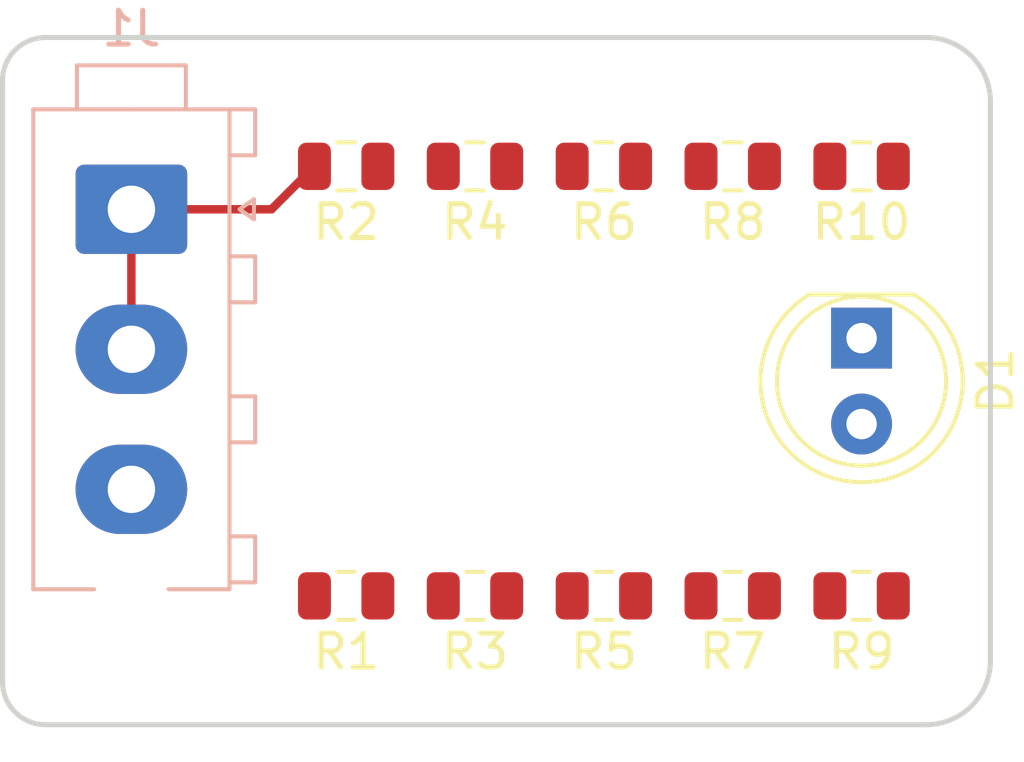
<source format=kicad_pcb>
(kicad_pcb (version 20171130) (host pcbnew "(5.0.2)-1")

  (general
    (thickness 1.6)
    (drawings 8)
    (tracks 3)
    (zones 0)
    (modules 13)
    (nets 13)
  )

  (page A4)
  (layers
    (0 F.Cu signal)
    (31 B.Cu signal)
    (32 B.Adhes user)
    (33 F.Adhes user)
    (34 B.Paste user)
    (35 F.Paste user)
    (36 B.SilkS user)
    (37 F.SilkS user)
    (38 B.Mask user)
    (39 F.Mask user)
    (40 Dwgs.User user)
    (41 Cmts.User user)
    (42 Eco1.User user)
    (43 Eco2.User user)
    (44 Edge.Cuts user)
    (45 Margin user)
    (46 B.CrtYd user)
    (47 F.CrtYd user)
    (48 B.Fab user)
    (49 F.Fab user)
  )

  (setup
    (last_trace_width 0.25)
    (trace_clearance 0.2)
    (zone_clearance 0.508)
    (zone_45_only no)
    (trace_min 0.2)
    (segment_width 0.2)
    (edge_width 0.15)
    (via_size 0.8)
    (via_drill 0.4)
    (via_min_size 0.4)
    (via_min_drill 0.3)
    (uvia_size 0.3)
    (uvia_drill 0.1)
    (uvias_allowed no)
    (uvia_min_size 0.2)
    (uvia_min_drill 0.1)
    (pcb_text_width 0.3)
    (pcb_text_size 1.5 1.5)
    (mod_edge_width 0.15)
    (mod_text_size 1 1)
    (mod_text_width 0.15)
    (pad_size 1.524 1.524)
    (pad_drill 0.762)
    (pad_to_mask_clearance 0.051)
    (solder_mask_min_width 0.25)
    (aux_axis_origin 0 0)
    (visible_elements FFFFFF7F)
    (pcbplotparams
      (layerselection 0x010fc_ffffffff)
      (usegerberextensions false)
      (usegerberattributes false)
      (usegerberadvancedattributes false)
      (creategerberjobfile false)
      (excludeedgelayer true)
      (linewidth 0.100000)
      (plotframeref false)
      (viasonmask false)
      (mode 1)
      (useauxorigin false)
      (hpglpennumber 1)
      (hpglpenspeed 20)
      (hpglpendiameter 15.000000)
      (psnegative false)
      (psa4output false)
      (plotreference true)
      (plotvalue true)
      (plotinvisibletext false)
      (padsonsilk false)
      (subtractmaskfromsilk false)
      (outputformat 1)
      (mirror false)
      (drillshape 1)
      (scaleselection 1)
      (outputdirectory ""))
  )

  (net 0 "")
  (net 1 "Net-(D1-Pad1)")
  (net 2 "Net-(D1-Pad2)")
  (net 3 "Net-(J1-Pad1)")
  (net 4 "Net-(J1-Pad3)")
  (net 5 "Net-(R1-Pad1)")
  (net 6 "Net-(R2-Pad1)")
  (net 7 "Net-(R3-Pad1)")
  (net 8 "Net-(R4-Pad1)")
  (net 9 "Net-(R5-Pad1)")
  (net 10 "Net-(R6-Pad1)")
  (net 11 "Net-(R7-Pad1)")
  (net 12 "Net-(R10-Pad2)")

  (net_class Default "This is the default net class."
    (clearance 0.2)
    (trace_width 0.25)
    (via_dia 0.8)
    (via_drill 0.4)
    (uvia_dia 0.3)
    (uvia_drill 0.1)
    (add_net "Net-(D1-Pad1)")
    (add_net "Net-(D1-Pad2)")
    (add_net "Net-(J1-Pad1)")
    (add_net "Net-(J1-Pad3)")
    (add_net "Net-(R1-Pad1)")
    (add_net "Net-(R10-Pad2)")
    (add_net "Net-(R2-Pad1)")
    (add_net "Net-(R3-Pad1)")
    (add_net "Net-(R4-Pad1)")
    (add_net "Net-(R5-Pad1)")
    (add_net "Net-(R6-Pad1)")
    (add_net "Net-(R7-Pad1)")
  )

  (module CustomFootprints:TE_MATE-N-LOK_1-770870-x_1x03_P4.14mm_Vertical (layer B.Cu) (tedit 5C61E6FD) (tstamp 5C7CB85A)
    (at 107.95 76.835 180)
    (descr "Molex Mini-Universal MATE-N-LOK, old mpn/engineering number: 1-770870-x, 3 Pins per row (http://www.te.com/commerce/DocumentDelivery/DDEController?Action=srchrtrv&DocNm=82181_SOFTSHELL_HIGH_DENSITY&DocType=CS&DocLang=EN), generated with kicad-footprint-generator")
    (tags "connector TE MATE-N-LOK side entry")
    (path /5C6F2EFC)
    (fp_text reference J1 (at 0 5.34 180) (layer B.SilkS)
      (effects (font (size 1 1) (thickness 0.15)) (justify mirror))
    )
    (fp_text value HV-IN (at 0 -15.51 180) (layer B.Fab)
      (effects (font (size 1 1) (thickness 0.15)) (justify mirror))
    )
    (fp_arc (start 0 -12.72) (end 1.733977 -11.785) (angle -58.704676) (layer B.Fab) (width 0.1))
    (fp_arc (start 0 -12.72) (end -1.733977 -11.785) (angle 58.704676) (layer B.Fab) (width 0.1))
    (fp_line (start -2.79 2.845) (end -2.79 -11.125) (layer B.Fab) (width 0.1))
    (fp_line (start -2.79 -11.125) (end 2.79 -11.125) (layer B.Fab) (width 0.1))
    (fp_line (start 2.79 -11.125) (end 2.79 2.845) (layer B.Fab) (width 0.1))
    (fp_line (start 2.79 2.845) (end -2.79 2.845) (layer B.Fab) (width 0.1))
    (fp_line (start 0 2.955) (end -2.9 2.955) (layer B.SilkS) (width 0.12))
    (fp_line (start -2.9 2.955) (end -2.9 -11.235) (layer B.SilkS) (width 0.12))
    (fp_line (start -2.9 -11.235) (end -1.103302 -11.235) (layer B.SilkS) (width 0.12))
    (fp_line (start 0 2.955) (end 2.9 2.955) (layer B.SilkS) (width 0.12))
    (fp_line (start 2.9 2.955) (end 2.9 -11.235) (layer B.SilkS) (width 0.12))
    (fp_line (start 2.9 -11.235) (end 1.103302 -11.235) (layer B.SilkS) (width 0.12))
    (fp_line (start -1.5 2.845) (end -1.5 4.145) (layer B.Fab) (width 0.1))
    (fp_line (start -1.5 4.145) (end 1.5 4.145) (layer B.Fab) (width 0.1))
    (fp_line (start 1.5 4.145) (end 1.5 2.845) (layer B.Fab) (width 0.1))
    (fp_line (start -1.61 2.955) (end -1.61 4.255) (layer B.SilkS) (width 0.12))
    (fp_line (start -1.61 4.255) (end 1.61 4.255) (layer B.SilkS) (width 0.12))
    (fp_line (start 1.61 4.255) (end 1.61 2.955) (layer B.SilkS) (width 0.12))
    (fp_line (start -2.79 2.845) (end -3.55 2.845) (layer B.Fab) (width 0.1))
    (fp_line (start -3.55 2.845) (end -3.55 1.705) (layer B.Fab) (width 0.1))
    (fp_line (start -3.55 1.705) (end -2.79 1.705) (layer B.Fab) (width 0.1))
    (fp_line (start -2.9 2.955) (end -3.66 2.955) (layer B.SilkS) (width 0.12))
    (fp_line (start -3.66 2.955) (end -3.66 1.595) (layer B.SilkS) (width 0.12))
    (fp_line (start -3.66 1.595) (end -2.9 1.595) (layer B.SilkS) (width 0.12))
    (fp_line (start -2.79 -1.5) (end -3.55 -1.5) (layer B.Fab) (width 0.1))
    (fp_line (start -3.55 -1.5) (end -3.55 -2.64) (layer B.Fab) (width 0.1))
    (fp_line (start -3.55 -2.64) (end -2.79 -2.64) (layer B.Fab) (width 0.1))
    (fp_line (start -2.9 -1.39) (end -3.66 -1.39) (layer B.SilkS) (width 0.12))
    (fp_line (start -3.66 -1.39) (end -3.66 -2.75) (layer B.SilkS) (width 0.12))
    (fp_line (start -3.66 -2.75) (end -2.9 -2.75) (layer B.SilkS) (width 0.12))
    (fp_line (start -2.79 -5.64) (end -3.55 -5.64) (layer B.Fab) (width 0.1))
    (fp_line (start -3.55 -5.64) (end -3.55 -6.78) (layer B.Fab) (width 0.1))
    (fp_line (start -3.55 -6.78) (end -2.79 -6.78) (layer B.Fab) (width 0.1))
    (fp_line (start -2.9 -5.53) (end -3.66 -5.53) (layer B.SilkS) (width 0.12))
    (fp_line (start -3.66 -5.53) (end -3.66 -6.89) (layer B.SilkS) (width 0.12))
    (fp_line (start -3.66 -6.89) (end -2.9 -6.89) (layer B.SilkS) (width 0.12))
    (fp_line (start -2.79 -9.78) (end -3.55 -9.78) (layer B.Fab) (width 0.1))
    (fp_line (start -3.55 -9.78) (end -3.55 -10.92) (layer B.Fab) (width 0.1))
    (fp_line (start -3.55 -10.92) (end -2.79 -10.92) (layer B.Fab) (width 0.1))
    (fp_line (start -2.9 -9.67) (end -3.66 -9.67) (layer B.SilkS) (width 0.12))
    (fp_line (start -3.66 -9.67) (end -3.66 -11.03) (layer B.SilkS) (width 0.12))
    (fp_line (start -3.66 -11.03) (end -2.9 -11.03) (layer B.SilkS) (width 0.12))
    (fp_line (start 0.8 -11.125) (end 0.8 -11.785) (layer B.Fab) (width 0.1))
    (fp_line (start -0.8 -11.125) (end -0.8 -11.785) (layer B.Fab) (width 0.1))
    (fp_line (start 1.733977 -11.785) (end -1.733977 -11.785) (layer B.Fab) (width 0.1))
    (fp_line (start 1.699672 -13.716) (end -1.699672 -13.716) (layer B.Fab) (width 0.1))
    (fp_line (start -3.2 0) (end -3.624264 -0.3) (layer B.SilkS) (width 0.12))
    (fp_line (start -3.624264 -0.3) (end -3.624264 0.3) (layer B.SilkS) (width 0.12))
    (fp_line (start -3.624264 0.3) (end -3.2 0) (layer B.SilkS) (width 0.12))
    (fp_line (start -2.79 1) (end -1.375786 0) (layer B.Fab) (width 0.1))
    (fp_line (start -1.375786 0) (end -2.79 -1) (layer B.Fab) (width 0.1))
    (fp_line (start -4.05 4.64) (end -4.05 -14.81) (layer B.CrtYd) (width 0.05))
    (fp_line (start -4.05 -14.81) (end 3.29 -14.81) (layer B.CrtYd) (width 0.05))
    (fp_line (start 3.29 -14.81) (end 3.29 4.64) (layer B.CrtYd) (width 0.05))
    (fp_line (start 3.29 4.64) (end -4.05 4.64) (layer B.CrtYd) (width 0.05))
    (fp_text user %R (at 2.09 -4.14 90) (layer B.Fab)
      (effects (font (size 1 1) (thickness 0.15)) (justify mirror))
    )
    (pad 1 thru_hole roundrect (at 0 0 180) (size 3.3 2.64) (drill 1.4) (layers *.Cu *.Mask) (roundrect_rratio 0.094697)
      (net 3 "Net-(J1-Pad1)"))
    (pad 2 thru_hole oval (at 0 -4.14 180) (size 3.3 2.64) (drill 1.4) (layers *.Cu *.Mask)
      (net 3 "Net-(J1-Pad1)"))
    (pad 3 thru_hole oval (at 0 -8.28 180) (size 3.3 2.64) (drill 1.4) (layers *.Cu *.Mask)
      (net 4 "Net-(J1-Pad3)"))
    (pad "" np_thru_hole circle (at 0 -12.72 180) (size 3.18 3.18) (drill 3.18) (layers *.Cu *.Mask))
    (model ${KISYS3DMOD}/Connector_TE-Connectivity.3dshapes/TE_MATE-N-LOK_1-770870-x_1x03_P4.14mm_Vertical.wrl
      (at (xyz 0 0 0))
      (scale (xyz 1 1 1))
      (rotate (xyz 0 0 0))
    )
    (model "C:/Users/Willem Hillier/Documents/Github/AERO-boards-kicad/3d_models/c-1-770873-1-h-3d.STEP"
      (offset (xyz 0 -4.2 14.4))
      (scale (xyz 1 1 1))
      (rotate (xyz 0 0 90))
    )
  )

  (module MountingHole:MountingHole_3.2mm_M3 (layer F.Cu) (tedit 5C6F38BD) (tstamp 5C7CC700)
    (at 119.38 81.915)
    (descr "Mounting Hole 3.2mm, no annular, M3")
    (tags "mounting hole 3.2mm no annular m3")
    (attr virtual)
    (fp_text reference REF** (at 0 -4.2) (layer F.SilkS) hide
      (effects (font (size 1 1) (thickness 0.15)))
    )
    (fp_text value MountingHole_3.2mm_M3 (at 0 4.2) (layer F.Fab)
      (effects (font (size 1 1) (thickness 0.15)))
    )
    (fp_text user %R (at 0.3 0) (layer F.Fab)
      (effects (font (size 1 1) (thickness 0.15)))
    )
    (fp_circle (center 0 0) (end 3.2 0) (layer Cmts.User) (width 0.15))
    (fp_circle (center 0 0) (end 3.45 0) (layer F.CrtYd) (width 0.05))
    (pad 1 np_thru_hole circle (at 0 0) (size 3.2 3.2) (drill 3.2) (layers *.Cu *.Mask))
  )

  (module LED_THT:LED_D5.0mm (layer F.Cu) (tedit 5995936A) (tstamp 5C7CC788)
    (at 129.54 80.645 270)
    (descr "LED, diameter 5.0mm, 2 pins, http://cdn-reichelt.de/documents/datenblatt/A500/LL-504BC2E-009.pdf")
    (tags "LED diameter 5.0mm 2 pins")
    (path /5C6F3EF9)
    (fp_text reference D1 (at 1.27 -3.96 270) (layer F.SilkS)
      (effects (font (size 1 1) (thickness 0.15)))
    )
    (fp_text value RED_LED (at 1.27 3.96 270) (layer F.Fab)
      (effects (font (size 1 1) (thickness 0.15)))
    )
    (fp_arc (start 1.27 0) (end -1.23 -1.469694) (angle 299.1) (layer F.Fab) (width 0.1))
    (fp_arc (start 1.27 0) (end -1.29 -1.54483) (angle 148.9) (layer F.SilkS) (width 0.12))
    (fp_arc (start 1.27 0) (end -1.29 1.54483) (angle -148.9) (layer F.SilkS) (width 0.12))
    (fp_circle (center 1.27 0) (end 3.77 0) (layer F.Fab) (width 0.1))
    (fp_circle (center 1.27 0) (end 3.77 0) (layer F.SilkS) (width 0.12))
    (fp_line (start -1.23 -1.469694) (end -1.23 1.469694) (layer F.Fab) (width 0.1))
    (fp_line (start -1.29 -1.545) (end -1.29 1.545) (layer F.SilkS) (width 0.12))
    (fp_line (start -1.95 -3.25) (end -1.95 3.25) (layer F.CrtYd) (width 0.05))
    (fp_line (start -1.95 3.25) (end 4.5 3.25) (layer F.CrtYd) (width 0.05))
    (fp_line (start 4.5 3.25) (end 4.5 -3.25) (layer F.CrtYd) (width 0.05))
    (fp_line (start 4.5 -3.25) (end -1.95 -3.25) (layer F.CrtYd) (width 0.05))
    (fp_text user %R (at 1.25 0 270) (layer F.Fab)
      (effects (font (size 0.8 0.8) (thickness 0.2)))
    )
    (pad 1 thru_hole rect (at 0 0 270) (size 1.8 1.8) (drill 0.9) (layers *.Cu *.Mask)
      (net 1 "Net-(D1-Pad1)"))
    (pad 2 thru_hole circle (at 2.54 0 270) (size 1.8 1.8) (drill 0.9) (layers *.Cu *.Mask)
      (net 2 "Net-(D1-Pad2)"))
    (model ${KISYS3DMOD}/LED_THT.3dshapes/LED_D5.0mm.wrl
      (at (xyz 0 0 0))
      (scale (xyz 1 1 1))
      (rotate (xyz 0 0 0))
    )
  )

  (module Resistor_SMD:R_0805_2012Metric (layer F.Cu) (tedit 5B36C52B) (tstamp 5C7CBB93)
    (at 114.3 88.265 180)
    (descr "Resistor SMD 0805 (2012 Metric), square (rectangular) end terminal, IPC_7351 nominal, (Body size source: https://docs.google.com/spreadsheets/d/1BsfQQcO9C6DZCsRaXUlFlo91Tg2WpOkGARC1WS5S8t0/edit?usp=sharing), generated with kicad-footprint-generator")
    (tags resistor)
    (path /5C6F356F)
    (attr smd)
    (fp_text reference R1 (at 0 -1.65 180) (layer F.SilkS)
      (effects (font (size 1 1) (thickness 0.15)))
    )
    (fp_text value 2.2k (at 0 1.65 180) (layer F.Fab)
      (effects (font (size 1 1) (thickness 0.15)))
    )
    (fp_line (start -1 0.6) (end -1 -0.6) (layer F.Fab) (width 0.1))
    (fp_line (start -1 -0.6) (end 1 -0.6) (layer F.Fab) (width 0.1))
    (fp_line (start 1 -0.6) (end 1 0.6) (layer F.Fab) (width 0.1))
    (fp_line (start 1 0.6) (end -1 0.6) (layer F.Fab) (width 0.1))
    (fp_line (start -0.258578 -0.71) (end 0.258578 -0.71) (layer F.SilkS) (width 0.12))
    (fp_line (start -0.258578 0.71) (end 0.258578 0.71) (layer F.SilkS) (width 0.12))
    (fp_line (start -1.68 0.95) (end -1.68 -0.95) (layer F.CrtYd) (width 0.05))
    (fp_line (start -1.68 -0.95) (end 1.68 -0.95) (layer F.CrtYd) (width 0.05))
    (fp_line (start 1.68 -0.95) (end 1.68 0.95) (layer F.CrtYd) (width 0.05))
    (fp_line (start 1.68 0.95) (end -1.68 0.95) (layer F.CrtYd) (width 0.05))
    (fp_text user %R (at 0 0 180) (layer F.Fab)
      (effects (font (size 0.5 0.5) (thickness 0.08)))
    )
    (pad 1 smd roundrect (at -0.9375 0 180) (size 0.975 1.4) (layers F.Cu F.Paste F.Mask) (roundrect_rratio 0.25)
      (net 5 "Net-(R1-Pad1)"))
    (pad 2 smd roundrect (at 0.9375 0 180) (size 0.975 1.4) (layers F.Cu F.Paste F.Mask) (roundrect_rratio 0.25)
      (net 4 "Net-(J1-Pad3)"))
    (model ${KISYS3DMOD}/Resistor_SMD.3dshapes/R_0805_2012Metric.wrl
      (at (xyz 0 0 0))
      (scale (xyz 1 1 1))
      (rotate (xyz 0 0 0))
    )
  )

  (module Resistor_SMD:R_0805_2012Metric (layer F.Cu) (tedit 5B36C52B) (tstamp 5C7CB87C)
    (at 114.3 75.565 180)
    (descr "Resistor SMD 0805 (2012 Metric), square (rectangular) end terminal, IPC_7351 nominal, (Body size source: https://docs.google.com/spreadsheets/d/1BsfQQcO9C6DZCsRaXUlFlo91Tg2WpOkGARC1WS5S8t0/edit?usp=sharing), generated with kicad-footprint-generator")
    (tags resistor)
    (path /5C6F3C4D)
    (attr smd)
    (fp_text reference R2 (at 0 -1.65 180) (layer F.SilkS)
      (effects (font (size 1 1) (thickness 0.15)))
    )
    (fp_text value 2.2k (at 0 1.65 180) (layer F.Fab)
      (effects (font (size 1 1) (thickness 0.15)))
    )
    (fp_text user %R (at 0 0 180) (layer F.Fab)
      (effects (font (size 0.5 0.5) (thickness 0.08)))
    )
    (fp_line (start 1.68 0.95) (end -1.68 0.95) (layer F.CrtYd) (width 0.05))
    (fp_line (start 1.68 -0.95) (end 1.68 0.95) (layer F.CrtYd) (width 0.05))
    (fp_line (start -1.68 -0.95) (end 1.68 -0.95) (layer F.CrtYd) (width 0.05))
    (fp_line (start -1.68 0.95) (end -1.68 -0.95) (layer F.CrtYd) (width 0.05))
    (fp_line (start -0.258578 0.71) (end 0.258578 0.71) (layer F.SilkS) (width 0.12))
    (fp_line (start -0.258578 -0.71) (end 0.258578 -0.71) (layer F.SilkS) (width 0.12))
    (fp_line (start 1 0.6) (end -1 0.6) (layer F.Fab) (width 0.1))
    (fp_line (start 1 -0.6) (end 1 0.6) (layer F.Fab) (width 0.1))
    (fp_line (start -1 -0.6) (end 1 -0.6) (layer F.Fab) (width 0.1))
    (fp_line (start -1 0.6) (end -1 -0.6) (layer F.Fab) (width 0.1))
    (pad 2 smd roundrect (at 0.9375 0 180) (size 0.975 1.4) (layers F.Cu F.Paste F.Mask) (roundrect_rratio 0.25)
      (net 3 "Net-(J1-Pad1)"))
    (pad 1 smd roundrect (at -0.9375 0 180) (size 0.975 1.4) (layers F.Cu F.Paste F.Mask) (roundrect_rratio 0.25)
      (net 6 "Net-(R2-Pad1)"))
    (model ${KISYS3DMOD}/Resistor_SMD.3dshapes/R_0805_2012Metric.wrl
      (at (xyz 0 0 0))
      (scale (xyz 1 1 1))
      (rotate (xyz 0 0 0))
    )
  )

  (module Resistor_SMD:R_0805_2012Metric (layer F.Cu) (tedit 5B36C52B) (tstamp 5C7CB88D)
    (at 118.11 88.265 180)
    (descr "Resistor SMD 0805 (2012 Metric), square (rectangular) end terminal, IPC_7351 nominal, (Body size source: https://docs.google.com/spreadsheets/d/1BsfQQcO9C6DZCsRaXUlFlo91Tg2WpOkGARC1WS5S8t0/edit?usp=sharing), generated with kicad-footprint-generator")
    (tags resistor)
    (path /5C6F39CA)
    (attr smd)
    (fp_text reference R3 (at 0 -1.65 180) (layer F.SilkS)
      (effects (font (size 1 1) (thickness 0.15)))
    )
    (fp_text value 2.2k (at 0 1.65 180) (layer F.Fab)
      (effects (font (size 1 1) (thickness 0.15)))
    )
    (fp_text user %R (at 0 0 180) (layer F.Fab)
      (effects (font (size 0.5 0.5) (thickness 0.08)))
    )
    (fp_line (start 1.68 0.95) (end -1.68 0.95) (layer F.CrtYd) (width 0.05))
    (fp_line (start 1.68 -0.95) (end 1.68 0.95) (layer F.CrtYd) (width 0.05))
    (fp_line (start -1.68 -0.95) (end 1.68 -0.95) (layer F.CrtYd) (width 0.05))
    (fp_line (start -1.68 0.95) (end -1.68 -0.95) (layer F.CrtYd) (width 0.05))
    (fp_line (start -0.258578 0.71) (end 0.258578 0.71) (layer F.SilkS) (width 0.12))
    (fp_line (start -0.258578 -0.71) (end 0.258578 -0.71) (layer F.SilkS) (width 0.12))
    (fp_line (start 1 0.6) (end -1 0.6) (layer F.Fab) (width 0.1))
    (fp_line (start 1 -0.6) (end 1 0.6) (layer F.Fab) (width 0.1))
    (fp_line (start -1 -0.6) (end 1 -0.6) (layer F.Fab) (width 0.1))
    (fp_line (start -1 0.6) (end -1 -0.6) (layer F.Fab) (width 0.1))
    (pad 2 smd roundrect (at 0.9375 0 180) (size 0.975 1.4) (layers F.Cu F.Paste F.Mask) (roundrect_rratio 0.25)
      (net 5 "Net-(R1-Pad1)"))
    (pad 1 smd roundrect (at -0.9375 0 180) (size 0.975 1.4) (layers F.Cu F.Paste F.Mask) (roundrect_rratio 0.25)
      (net 7 "Net-(R3-Pad1)"))
    (model ${KISYS3DMOD}/Resistor_SMD.3dshapes/R_0805_2012Metric.wrl
      (at (xyz 0 0 0))
      (scale (xyz 1 1 1))
      (rotate (xyz 0 0 0))
    )
  )

  (module Resistor_SMD:R_0805_2012Metric (layer F.Cu) (tedit 5B36C52B) (tstamp 5C7CB89E)
    (at 118.11 75.565 180)
    (descr "Resistor SMD 0805 (2012 Metric), square (rectangular) end terminal, IPC_7351 nominal, (Body size source: https://docs.google.com/spreadsheets/d/1BsfQQcO9C6DZCsRaXUlFlo91Tg2WpOkGARC1WS5S8t0/edit?usp=sharing), generated with kicad-footprint-generator")
    (tags resistor)
    (path /5C6F3C54)
    (attr smd)
    (fp_text reference R4 (at 0 -1.65 180) (layer F.SilkS)
      (effects (font (size 1 1) (thickness 0.15)))
    )
    (fp_text value 2.2k (at 0 1.65 180) (layer F.Fab)
      (effects (font (size 1 1) (thickness 0.15)))
    )
    (fp_line (start -1 0.6) (end -1 -0.6) (layer F.Fab) (width 0.1))
    (fp_line (start -1 -0.6) (end 1 -0.6) (layer F.Fab) (width 0.1))
    (fp_line (start 1 -0.6) (end 1 0.6) (layer F.Fab) (width 0.1))
    (fp_line (start 1 0.6) (end -1 0.6) (layer F.Fab) (width 0.1))
    (fp_line (start -0.258578 -0.71) (end 0.258578 -0.71) (layer F.SilkS) (width 0.12))
    (fp_line (start -0.258578 0.71) (end 0.258578 0.71) (layer F.SilkS) (width 0.12))
    (fp_line (start -1.68 0.95) (end -1.68 -0.95) (layer F.CrtYd) (width 0.05))
    (fp_line (start -1.68 -0.95) (end 1.68 -0.95) (layer F.CrtYd) (width 0.05))
    (fp_line (start 1.68 -0.95) (end 1.68 0.95) (layer F.CrtYd) (width 0.05))
    (fp_line (start 1.68 0.95) (end -1.68 0.95) (layer F.CrtYd) (width 0.05))
    (fp_text user %R (at 0 0 180) (layer F.Fab)
      (effects (font (size 0.5 0.5) (thickness 0.08)))
    )
    (pad 1 smd roundrect (at -0.9375 0 180) (size 0.975 1.4) (layers F.Cu F.Paste F.Mask) (roundrect_rratio 0.25)
      (net 8 "Net-(R4-Pad1)"))
    (pad 2 smd roundrect (at 0.9375 0 180) (size 0.975 1.4) (layers F.Cu F.Paste F.Mask) (roundrect_rratio 0.25)
      (net 6 "Net-(R2-Pad1)"))
    (model ${KISYS3DMOD}/Resistor_SMD.3dshapes/R_0805_2012Metric.wrl
      (at (xyz 0 0 0))
      (scale (xyz 1 1 1))
      (rotate (xyz 0 0 0))
    )
  )

  (module Resistor_SMD:R_0805_2012Metric (layer F.Cu) (tedit 5B36C52B) (tstamp 5C7CBC05)
    (at 121.92 88.265 180)
    (descr "Resistor SMD 0805 (2012 Metric), square (rectangular) end terminal, IPC_7351 nominal, (Body size source: https://docs.google.com/spreadsheets/d/1BsfQQcO9C6DZCsRaXUlFlo91Tg2WpOkGARC1WS5S8t0/edit?usp=sharing), generated with kicad-footprint-generator")
    (tags resistor)
    (path /5C6F39F0)
    (attr smd)
    (fp_text reference R5 (at 0 -1.65 180) (layer F.SilkS)
      (effects (font (size 1 1) (thickness 0.15)))
    )
    (fp_text value 2.2k (at 0 1.65 180) (layer F.Fab)
      (effects (font (size 1 1) (thickness 0.15)))
    )
    (fp_line (start -1 0.6) (end -1 -0.6) (layer F.Fab) (width 0.1))
    (fp_line (start -1 -0.6) (end 1 -0.6) (layer F.Fab) (width 0.1))
    (fp_line (start 1 -0.6) (end 1 0.6) (layer F.Fab) (width 0.1))
    (fp_line (start 1 0.6) (end -1 0.6) (layer F.Fab) (width 0.1))
    (fp_line (start -0.258578 -0.71) (end 0.258578 -0.71) (layer F.SilkS) (width 0.12))
    (fp_line (start -0.258578 0.71) (end 0.258578 0.71) (layer F.SilkS) (width 0.12))
    (fp_line (start -1.68 0.95) (end -1.68 -0.95) (layer F.CrtYd) (width 0.05))
    (fp_line (start -1.68 -0.95) (end 1.68 -0.95) (layer F.CrtYd) (width 0.05))
    (fp_line (start 1.68 -0.95) (end 1.68 0.95) (layer F.CrtYd) (width 0.05))
    (fp_line (start 1.68 0.95) (end -1.68 0.95) (layer F.CrtYd) (width 0.05))
    (fp_text user %R (at 0 0 180) (layer F.Fab)
      (effects (font (size 0.5 0.5) (thickness 0.08)))
    )
    (pad 1 smd roundrect (at -0.9375 0 180) (size 0.975 1.4) (layers F.Cu F.Paste F.Mask) (roundrect_rratio 0.25)
      (net 9 "Net-(R5-Pad1)"))
    (pad 2 smd roundrect (at 0.9375 0 180) (size 0.975 1.4) (layers F.Cu F.Paste F.Mask) (roundrect_rratio 0.25)
      (net 7 "Net-(R3-Pad1)"))
    (model ${KISYS3DMOD}/Resistor_SMD.3dshapes/R_0805_2012Metric.wrl
      (at (xyz 0 0 0))
      (scale (xyz 1 1 1))
      (rotate (xyz 0 0 0))
    )
  )

  (module Resistor_SMD:R_0805_2012Metric (layer F.Cu) (tedit 5B36C52B) (tstamp 5C7CB8C0)
    (at 121.92 75.565 180)
    (descr "Resistor SMD 0805 (2012 Metric), square (rectangular) end terminal, IPC_7351 nominal, (Body size source: https://docs.google.com/spreadsheets/d/1BsfQQcO9C6DZCsRaXUlFlo91Tg2WpOkGARC1WS5S8t0/edit?usp=sharing), generated with kicad-footprint-generator")
    (tags resistor)
    (path /5C6F3C5B)
    (attr smd)
    (fp_text reference R6 (at 0 -1.65 180) (layer F.SilkS)
      (effects (font (size 1 1) (thickness 0.15)))
    )
    (fp_text value 2.2k (at 0 1.65 180) (layer F.Fab)
      (effects (font (size 1 1) (thickness 0.15)))
    )
    (fp_text user %R (at 0 0 180) (layer F.Fab)
      (effects (font (size 0.5 0.5) (thickness 0.08)))
    )
    (fp_line (start 1.68 0.95) (end -1.68 0.95) (layer F.CrtYd) (width 0.05))
    (fp_line (start 1.68 -0.95) (end 1.68 0.95) (layer F.CrtYd) (width 0.05))
    (fp_line (start -1.68 -0.95) (end 1.68 -0.95) (layer F.CrtYd) (width 0.05))
    (fp_line (start -1.68 0.95) (end -1.68 -0.95) (layer F.CrtYd) (width 0.05))
    (fp_line (start -0.258578 0.71) (end 0.258578 0.71) (layer F.SilkS) (width 0.12))
    (fp_line (start -0.258578 -0.71) (end 0.258578 -0.71) (layer F.SilkS) (width 0.12))
    (fp_line (start 1 0.6) (end -1 0.6) (layer F.Fab) (width 0.1))
    (fp_line (start 1 -0.6) (end 1 0.6) (layer F.Fab) (width 0.1))
    (fp_line (start -1 -0.6) (end 1 -0.6) (layer F.Fab) (width 0.1))
    (fp_line (start -1 0.6) (end -1 -0.6) (layer F.Fab) (width 0.1))
    (pad 2 smd roundrect (at 0.9375 0 180) (size 0.975 1.4) (layers F.Cu F.Paste F.Mask) (roundrect_rratio 0.25)
      (net 8 "Net-(R4-Pad1)"))
    (pad 1 smd roundrect (at -0.9375 0 180) (size 0.975 1.4) (layers F.Cu F.Paste F.Mask) (roundrect_rratio 0.25)
      (net 10 "Net-(R6-Pad1)"))
    (model ${KISYS3DMOD}/Resistor_SMD.3dshapes/R_0805_2012Metric.wrl
      (at (xyz 0 0 0))
      (scale (xyz 1 1 1))
      (rotate (xyz 0 0 0))
    )
  )

  (module Resistor_SMD:R_0805_2012Metric (layer F.Cu) (tedit 5B36C52B) (tstamp 5C7CB8D1)
    (at 125.73 88.265 180)
    (descr "Resistor SMD 0805 (2012 Metric), square (rectangular) end terminal, IPC_7351 nominal, (Body size source: https://docs.google.com/spreadsheets/d/1BsfQQcO9C6DZCsRaXUlFlo91Tg2WpOkGARC1WS5S8t0/edit?usp=sharing), generated with kicad-footprint-generator")
    (tags resistor)
    (path /5C6F3A18)
    (attr smd)
    (fp_text reference R7 (at 0 -1.65 180) (layer F.SilkS)
      (effects (font (size 1 1) (thickness 0.15)))
    )
    (fp_text value 2.2k (at 0 1.65 180) (layer F.Fab)
      (effects (font (size 1 1) (thickness 0.15)))
    )
    (fp_text user %R (at 0 0 180) (layer F.Fab)
      (effects (font (size 0.5 0.5) (thickness 0.08)))
    )
    (fp_line (start 1.68 0.95) (end -1.68 0.95) (layer F.CrtYd) (width 0.05))
    (fp_line (start 1.68 -0.95) (end 1.68 0.95) (layer F.CrtYd) (width 0.05))
    (fp_line (start -1.68 -0.95) (end 1.68 -0.95) (layer F.CrtYd) (width 0.05))
    (fp_line (start -1.68 0.95) (end -1.68 -0.95) (layer F.CrtYd) (width 0.05))
    (fp_line (start -0.258578 0.71) (end 0.258578 0.71) (layer F.SilkS) (width 0.12))
    (fp_line (start -0.258578 -0.71) (end 0.258578 -0.71) (layer F.SilkS) (width 0.12))
    (fp_line (start 1 0.6) (end -1 0.6) (layer F.Fab) (width 0.1))
    (fp_line (start 1 -0.6) (end 1 0.6) (layer F.Fab) (width 0.1))
    (fp_line (start -1 -0.6) (end 1 -0.6) (layer F.Fab) (width 0.1))
    (fp_line (start -1 0.6) (end -1 -0.6) (layer F.Fab) (width 0.1))
    (pad 2 smd roundrect (at 0.9375 0 180) (size 0.975 1.4) (layers F.Cu F.Paste F.Mask) (roundrect_rratio 0.25)
      (net 9 "Net-(R5-Pad1)"))
    (pad 1 smd roundrect (at -0.9375 0 180) (size 0.975 1.4) (layers F.Cu F.Paste F.Mask) (roundrect_rratio 0.25)
      (net 11 "Net-(R7-Pad1)"))
    (model ${KISYS3DMOD}/Resistor_SMD.3dshapes/R_0805_2012Metric.wrl
      (at (xyz 0 0 0))
      (scale (xyz 1 1 1))
      (rotate (xyz 0 0 0))
    )
  )

  (module Resistor_SMD:R_0805_2012Metric (layer F.Cu) (tedit 5B36C52B) (tstamp 5C7CB8E2)
    (at 125.73 75.565 180)
    (descr "Resistor SMD 0805 (2012 Metric), square (rectangular) end terminal, IPC_7351 nominal, (Body size source: https://docs.google.com/spreadsheets/d/1BsfQQcO9C6DZCsRaXUlFlo91Tg2WpOkGARC1WS5S8t0/edit?usp=sharing), generated with kicad-footprint-generator")
    (tags resistor)
    (path /5C6F3C62)
    (attr smd)
    (fp_text reference R8 (at 0 -1.65 180) (layer F.SilkS)
      (effects (font (size 1 1) (thickness 0.15)))
    )
    (fp_text value 2.2k (at 0 1.65 180) (layer F.Fab)
      (effects (font (size 1 1) (thickness 0.15)))
    )
    (fp_line (start -1 0.6) (end -1 -0.6) (layer F.Fab) (width 0.1))
    (fp_line (start -1 -0.6) (end 1 -0.6) (layer F.Fab) (width 0.1))
    (fp_line (start 1 -0.6) (end 1 0.6) (layer F.Fab) (width 0.1))
    (fp_line (start 1 0.6) (end -1 0.6) (layer F.Fab) (width 0.1))
    (fp_line (start -0.258578 -0.71) (end 0.258578 -0.71) (layer F.SilkS) (width 0.12))
    (fp_line (start -0.258578 0.71) (end 0.258578 0.71) (layer F.SilkS) (width 0.12))
    (fp_line (start -1.68 0.95) (end -1.68 -0.95) (layer F.CrtYd) (width 0.05))
    (fp_line (start -1.68 -0.95) (end 1.68 -0.95) (layer F.CrtYd) (width 0.05))
    (fp_line (start 1.68 -0.95) (end 1.68 0.95) (layer F.CrtYd) (width 0.05))
    (fp_line (start 1.68 0.95) (end -1.68 0.95) (layer F.CrtYd) (width 0.05))
    (fp_text user %R (at 0 0 180) (layer F.Fab)
      (effects (font (size 0.5 0.5) (thickness 0.08)))
    )
    (pad 1 smd roundrect (at -0.9375 0 180) (size 0.975 1.4) (layers F.Cu F.Paste F.Mask) (roundrect_rratio 0.25)
      (net 12 "Net-(R10-Pad2)"))
    (pad 2 smd roundrect (at 0.9375 0 180) (size 0.975 1.4) (layers F.Cu F.Paste F.Mask) (roundrect_rratio 0.25)
      (net 10 "Net-(R6-Pad1)"))
    (model ${KISYS3DMOD}/Resistor_SMD.3dshapes/R_0805_2012Metric.wrl
      (at (xyz 0 0 0))
      (scale (xyz 1 1 1))
      (rotate (xyz 0 0 0))
    )
  )

  (module Resistor_SMD:R_0805_2012Metric (layer F.Cu) (tedit 5B36C52B) (tstamp 5C7CB8F3)
    (at 129.54 88.265 180)
    (descr "Resistor SMD 0805 (2012 Metric), square (rectangular) end terminal, IPC_7351 nominal, (Body size source: https://docs.google.com/spreadsheets/d/1BsfQQcO9C6DZCsRaXUlFlo91Tg2WpOkGARC1WS5S8t0/edit?usp=sharing), generated with kicad-footprint-generator")
    (tags resistor)
    (path /5C6F3A3C)
    (attr smd)
    (fp_text reference R9 (at 0 -1.65 180) (layer F.SilkS)
      (effects (font (size 1 1) (thickness 0.15)))
    )
    (fp_text value 2.2k (at 0 1.65 180) (layer F.Fab)
      (effects (font (size 1 1) (thickness 0.15)))
    )
    (fp_line (start -1 0.6) (end -1 -0.6) (layer F.Fab) (width 0.1))
    (fp_line (start -1 -0.6) (end 1 -0.6) (layer F.Fab) (width 0.1))
    (fp_line (start 1 -0.6) (end 1 0.6) (layer F.Fab) (width 0.1))
    (fp_line (start 1 0.6) (end -1 0.6) (layer F.Fab) (width 0.1))
    (fp_line (start -0.258578 -0.71) (end 0.258578 -0.71) (layer F.SilkS) (width 0.12))
    (fp_line (start -0.258578 0.71) (end 0.258578 0.71) (layer F.SilkS) (width 0.12))
    (fp_line (start -1.68 0.95) (end -1.68 -0.95) (layer F.CrtYd) (width 0.05))
    (fp_line (start -1.68 -0.95) (end 1.68 -0.95) (layer F.CrtYd) (width 0.05))
    (fp_line (start 1.68 -0.95) (end 1.68 0.95) (layer F.CrtYd) (width 0.05))
    (fp_line (start 1.68 0.95) (end -1.68 0.95) (layer F.CrtYd) (width 0.05))
    (fp_text user %R (at 0 0 180) (layer F.Fab)
      (effects (font (size 0.5 0.5) (thickness 0.08)))
    )
    (pad 1 smd roundrect (at -0.9375 0 180) (size 0.975 1.4) (layers F.Cu F.Paste F.Mask) (roundrect_rratio 0.25)
      (net 2 "Net-(D1-Pad2)"))
    (pad 2 smd roundrect (at 0.9375 0 180) (size 0.975 1.4) (layers F.Cu F.Paste F.Mask) (roundrect_rratio 0.25)
      (net 11 "Net-(R7-Pad1)"))
    (model ${KISYS3DMOD}/Resistor_SMD.3dshapes/R_0805_2012Metric.wrl
      (at (xyz 0 0 0))
      (scale (xyz 1 1 1))
      (rotate (xyz 0 0 0))
    )
  )

  (module Resistor_SMD:R_0805_2012Metric (layer F.Cu) (tedit 5B36C52B) (tstamp 5C7CB904)
    (at 129.54 75.565 180)
    (descr "Resistor SMD 0805 (2012 Metric), square (rectangular) end terminal, IPC_7351 nominal, (Body size source: https://docs.google.com/spreadsheets/d/1BsfQQcO9C6DZCsRaXUlFlo91Tg2WpOkGARC1WS5S8t0/edit?usp=sharing), generated with kicad-footprint-generator")
    (tags resistor)
    (path /5C6F3C69)
    (attr smd)
    (fp_text reference R10 (at 0 -1.65 180) (layer F.SilkS)
      (effects (font (size 1 1) (thickness 0.15)))
    )
    (fp_text value 2.2k (at 0 1.65 180) (layer F.Fab)
      (effects (font (size 1 1) (thickness 0.15)))
    )
    (fp_text user %R (at 0 0 180) (layer F.Fab)
      (effects (font (size 0.5 0.5) (thickness 0.08)))
    )
    (fp_line (start 1.68 0.95) (end -1.68 0.95) (layer F.CrtYd) (width 0.05))
    (fp_line (start 1.68 -0.95) (end 1.68 0.95) (layer F.CrtYd) (width 0.05))
    (fp_line (start -1.68 -0.95) (end 1.68 -0.95) (layer F.CrtYd) (width 0.05))
    (fp_line (start -1.68 0.95) (end -1.68 -0.95) (layer F.CrtYd) (width 0.05))
    (fp_line (start -0.258578 0.71) (end 0.258578 0.71) (layer F.SilkS) (width 0.12))
    (fp_line (start -0.258578 -0.71) (end 0.258578 -0.71) (layer F.SilkS) (width 0.12))
    (fp_line (start 1 0.6) (end -1 0.6) (layer F.Fab) (width 0.1))
    (fp_line (start 1 -0.6) (end 1 0.6) (layer F.Fab) (width 0.1))
    (fp_line (start -1 -0.6) (end 1 -0.6) (layer F.Fab) (width 0.1))
    (fp_line (start -1 0.6) (end -1 -0.6) (layer F.Fab) (width 0.1))
    (pad 2 smd roundrect (at 0.9375 0 180) (size 0.975 1.4) (layers F.Cu F.Paste F.Mask) (roundrect_rratio 0.25)
      (net 12 "Net-(R10-Pad2)"))
    (pad 1 smd roundrect (at -0.9375 0 180) (size 0.975 1.4) (layers F.Cu F.Paste F.Mask) (roundrect_rratio 0.25)
      (net 1 "Net-(D1-Pad1)"))
    (model ${KISYS3DMOD}/Resistor_SMD.3dshapes/R_0805_2012Metric.wrl
      (at (xyz 0 0 0))
      (scale (xyz 1 1 1))
      (rotate (xyz 0 0 0))
    )
  )

  (gr_arc (start 131.445 90.17) (end 131.445 92.075) (angle -90) (layer Edge.Cuts) (width 0.15))
  (gr_arc (start 131.445 73.66) (end 133.35 73.66) (angle -90) (layer Edge.Cuts) (width 0.15))
  (gr_line (start 133.35 73.66) (end 133.35 90.17) (layer Edge.Cuts) (width 0.15))
  (gr_line (start 105.41 92.075) (end 131.445 92.075) (layer Edge.Cuts) (width 0.15))
  (gr_line (start 105.41 71.755) (end 131.445 71.755) (layer Edge.Cuts) (width 0.15))
  (gr_arc (start 105.41 90.805) (end 104.14 90.805) (angle -90) (layer Edge.Cuts) (width 0.15))
  (gr_arc (start 105.41 73.025) (end 105.41 71.755) (angle -90) (layer Edge.Cuts) (width 0.15))
  (gr_line (start 104.14 73.025) (end 104.14 90.805) (layer Edge.Cuts) (width 0.15))

  (segment (start 107.95 80.975) (end 107.95 76.835) (width 0.25) (layer F.Cu) (net 3))
  (segment (start 112.0925 76.835) (end 113.3625 75.565) (width 0.25) (layer F.Cu) (net 3))
  (segment (start 107.95 76.835) (end 112.0925 76.835) (width 0.25) (layer F.Cu) (net 3))

)

</source>
